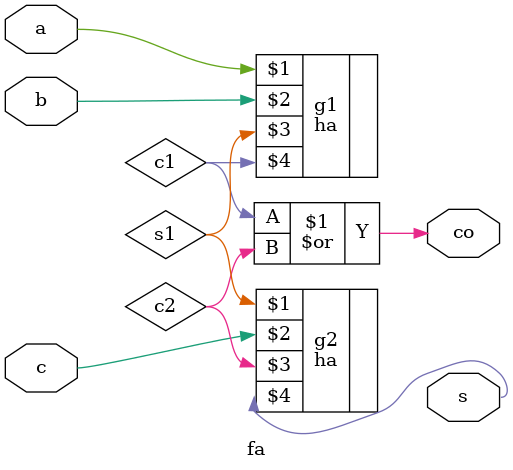
<source format=v>
module fa(
    input a,b,c,
    output s,co
    );
	 wire s1,c1,c2;
ha g1(a,b,s1,c1);
ha g2(s1,c,c2,s);
or g3(co,c1,c2);

endmodule

</source>
